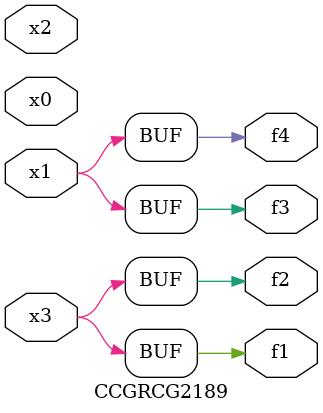
<source format=v>
module CCGRCG2189(
	input x0, x1, x2, x3,
	output f1, f2, f3, f4
);
	assign f1 = x3;
	assign f2 = x3;
	assign f3 = x1;
	assign f4 = x1;
endmodule

</source>
